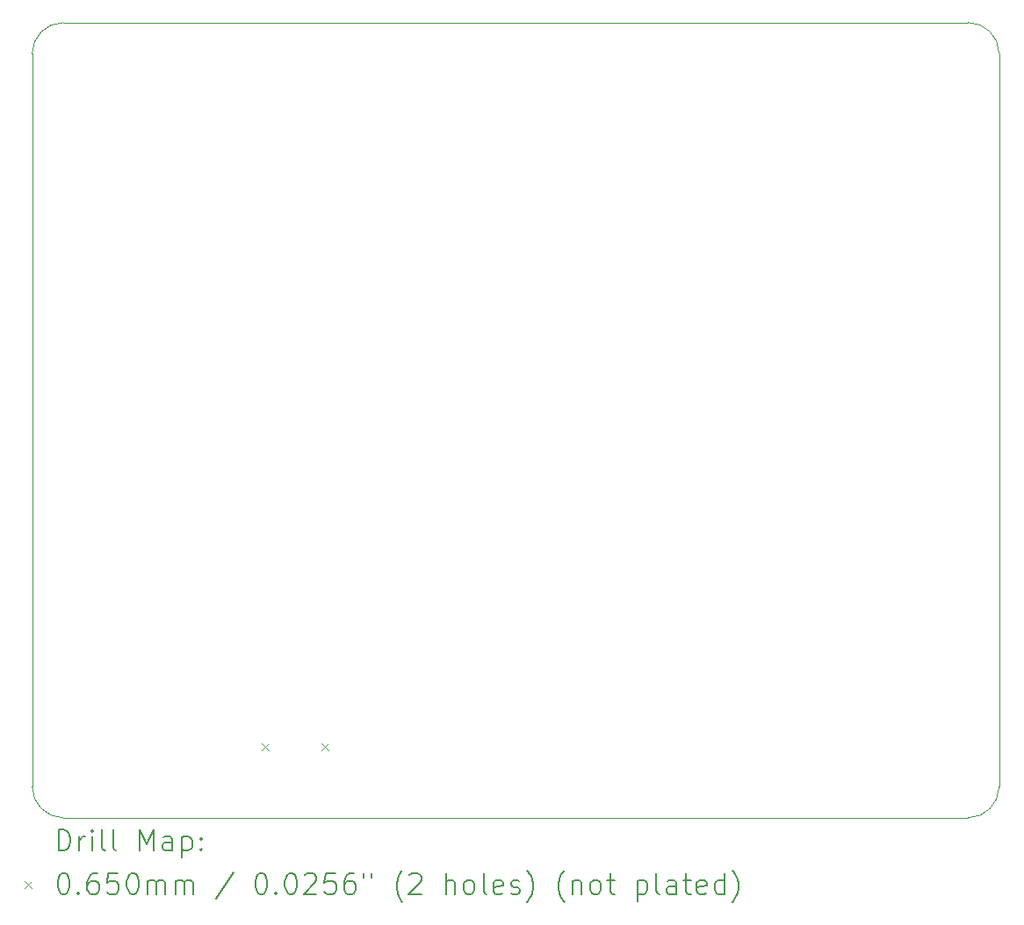
<source format=gbr>
%TF.GenerationSoftware,KiCad,Pcbnew,9.0.7*%
%TF.CreationDate,2026-01-28T06:25:18-03:00*%
%TF.ProjectId,jammerBT_v4,6a616d6d-6572-4425-945f-76342e6b6963,rev?*%
%TF.SameCoordinates,Original*%
%TF.FileFunction,Drillmap*%
%TF.FilePolarity,Positive*%
%FSLAX45Y45*%
G04 Gerber Fmt 4.5, Leading zero omitted, Abs format (unit mm)*
G04 Created by KiCad (PCBNEW 9.0.7) date 2026-01-28 06:25:18*
%MOMM*%
%LPD*%
G01*
G04 APERTURE LIST*
%ADD10C,0.100000*%
%ADD11C,0.200000*%
G04 APERTURE END LIST*
D10*
X12677000Y-5483000D02*
G75*
G02*
X12977000Y-5183000I300000J0D01*
G01*
X12977000Y-12854000D02*
G75*
G02*
X12677000Y-12554000I0J300000D01*
G01*
X21699000Y-5183000D02*
G75*
G02*
X21999000Y-5483000I0J-300000D01*
G01*
X21999000Y-12554000D02*
G75*
G02*
X21699000Y-12854000I-300000J0D01*
G01*
X12677000Y-12554000D02*
X12677000Y-5483000D01*
X12977000Y-5183000D02*
X21699000Y-5183000D01*
X21699000Y-12854000D02*
X12977000Y-12854000D01*
X21999000Y-5483000D02*
X21999000Y-12554000D01*
D11*
D10*
X14890000Y-12138000D02*
X14955000Y-12203000D01*
X14955000Y-12138000D02*
X14890000Y-12203000D01*
X15468000Y-12138000D02*
X15533000Y-12203000D01*
X15533000Y-12138000D02*
X15468000Y-12203000D01*
D11*
X12932777Y-13170484D02*
X12932777Y-12970484D01*
X12932777Y-12970484D02*
X12980396Y-12970484D01*
X12980396Y-12970484D02*
X13008967Y-12980008D01*
X13008967Y-12980008D02*
X13028015Y-12999055D01*
X13028015Y-12999055D02*
X13037539Y-13018103D01*
X13037539Y-13018103D02*
X13047062Y-13056198D01*
X13047062Y-13056198D02*
X13047062Y-13084769D01*
X13047062Y-13084769D02*
X13037539Y-13122865D01*
X13037539Y-13122865D02*
X13028015Y-13141912D01*
X13028015Y-13141912D02*
X13008967Y-13160960D01*
X13008967Y-13160960D02*
X12980396Y-13170484D01*
X12980396Y-13170484D02*
X12932777Y-13170484D01*
X13132777Y-13170484D02*
X13132777Y-13037150D01*
X13132777Y-13075246D02*
X13142301Y-13056198D01*
X13142301Y-13056198D02*
X13151824Y-13046674D01*
X13151824Y-13046674D02*
X13170872Y-13037150D01*
X13170872Y-13037150D02*
X13189920Y-13037150D01*
X13256586Y-13170484D02*
X13256586Y-13037150D01*
X13256586Y-12970484D02*
X13247062Y-12980008D01*
X13247062Y-12980008D02*
X13256586Y-12989531D01*
X13256586Y-12989531D02*
X13266110Y-12980008D01*
X13266110Y-12980008D02*
X13256586Y-12970484D01*
X13256586Y-12970484D02*
X13256586Y-12989531D01*
X13380396Y-13170484D02*
X13361348Y-13160960D01*
X13361348Y-13160960D02*
X13351824Y-13141912D01*
X13351824Y-13141912D02*
X13351824Y-12970484D01*
X13485158Y-13170484D02*
X13466110Y-13160960D01*
X13466110Y-13160960D02*
X13456586Y-13141912D01*
X13456586Y-13141912D02*
X13456586Y-12970484D01*
X13713729Y-13170484D02*
X13713729Y-12970484D01*
X13713729Y-12970484D02*
X13780396Y-13113341D01*
X13780396Y-13113341D02*
X13847062Y-12970484D01*
X13847062Y-12970484D02*
X13847062Y-13170484D01*
X14028015Y-13170484D02*
X14028015Y-13065722D01*
X14028015Y-13065722D02*
X14018491Y-13046674D01*
X14018491Y-13046674D02*
X13999443Y-13037150D01*
X13999443Y-13037150D02*
X13961348Y-13037150D01*
X13961348Y-13037150D02*
X13942301Y-13046674D01*
X14028015Y-13160960D02*
X14008967Y-13170484D01*
X14008967Y-13170484D02*
X13961348Y-13170484D01*
X13961348Y-13170484D02*
X13942301Y-13160960D01*
X13942301Y-13160960D02*
X13932777Y-13141912D01*
X13932777Y-13141912D02*
X13932777Y-13122865D01*
X13932777Y-13122865D02*
X13942301Y-13103817D01*
X13942301Y-13103817D02*
X13961348Y-13094293D01*
X13961348Y-13094293D02*
X14008967Y-13094293D01*
X14008967Y-13094293D02*
X14028015Y-13084769D01*
X14123253Y-13037150D02*
X14123253Y-13237150D01*
X14123253Y-13046674D02*
X14142301Y-13037150D01*
X14142301Y-13037150D02*
X14180396Y-13037150D01*
X14180396Y-13037150D02*
X14199443Y-13046674D01*
X14199443Y-13046674D02*
X14208967Y-13056198D01*
X14208967Y-13056198D02*
X14218491Y-13075246D01*
X14218491Y-13075246D02*
X14218491Y-13132388D01*
X14218491Y-13132388D02*
X14208967Y-13151436D01*
X14208967Y-13151436D02*
X14199443Y-13160960D01*
X14199443Y-13160960D02*
X14180396Y-13170484D01*
X14180396Y-13170484D02*
X14142301Y-13170484D01*
X14142301Y-13170484D02*
X14123253Y-13160960D01*
X14304205Y-13151436D02*
X14313729Y-13160960D01*
X14313729Y-13160960D02*
X14304205Y-13170484D01*
X14304205Y-13170484D02*
X14294682Y-13160960D01*
X14294682Y-13160960D02*
X14304205Y-13151436D01*
X14304205Y-13151436D02*
X14304205Y-13170484D01*
X14304205Y-13046674D02*
X14313729Y-13056198D01*
X14313729Y-13056198D02*
X14304205Y-13065722D01*
X14304205Y-13065722D02*
X14294682Y-13056198D01*
X14294682Y-13056198D02*
X14304205Y-13046674D01*
X14304205Y-13046674D02*
X14304205Y-13065722D01*
D10*
X12607000Y-13466500D02*
X12672000Y-13531500D01*
X12672000Y-13466500D02*
X12607000Y-13531500D01*
D11*
X12970872Y-13390484D02*
X12989920Y-13390484D01*
X12989920Y-13390484D02*
X13008967Y-13400008D01*
X13008967Y-13400008D02*
X13018491Y-13409531D01*
X13018491Y-13409531D02*
X13028015Y-13428579D01*
X13028015Y-13428579D02*
X13037539Y-13466674D01*
X13037539Y-13466674D02*
X13037539Y-13514293D01*
X13037539Y-13514293D02*
X13028015Y-13552388D01*
X13028015Y-13552388D02*
X13018491Y-13571436D01*
X13018491Y-13571436D02*
X13008967Y-13580960D01*
X13008967Y-13580960D02*
X12989920Y-13590484D01*
X12989920Y-13590484D02*
X12970872Y-13590484D01*
X12970872Y-13590484D02*
X12951824Y-13580960D01*
X12951824Y-13580960D02*
X12942301Y-13571436D01*
X12942301Y-13571436D02*
X12932777Y-13552388D01*
X12932777Y-13552388D02*
X12923253Y-13514293D01*
X12923253Y-13514293D02*
X12923253Y-13466674D01*
X12923253Y-13466674D02*
X12932777Y-13428579D01*
X12932777Y-13428579D02*
X12942301Y-13409531D01*
X12942301Y-13409531D02*
X12951824Y-13400008D01*
X12951824Y-13400008D02*
X12970872Y-13390484D01*
X13123253Y-13571436D02*
X13132777Y-13580960D01*
X13132777Y-13580960D02*
X13123253Y-13590484D01*
X13123253Y-13590484D02*
X13113729Y-13580960D01*
X13113729Y-13580960D02*
X13123253Y-13571436D01*
X13123253Y-13571436D02*
X13123253Y-13590484D01*
X13304205Y-13390484D02*
X13266110Y-13390484D01*
X13266110Y-13390484D02*
X13247062Y-13400008D01*
X13247062Y-13400008D02*
X13237539Y-13409531D01*
X13237539Y-13409531D02*
X13218491Y-13438103D01*
X13218491Y-13438103D02*
X13208967Y-13476198D01*
X13208967Y-13476198D02*
X13208967Y-13552388D01*
X13208967Y-13552388D02*
X13218491Y-13571436D01*
X13218491Y-13571436D02*
X13228015Y-13580960D01*
X13228015Y-13580960D02*
X13247062Y-13590484D01*
X13247062Y-13590484D02*
X13285158Y-13590484D01*
X13285158Y-13590484D02*
X13304205Y-13580960D01*
X13304205Y-13580960D02*
X13313729Y-13571436D01*
X13313729Y-13571436D02*
X13323253Y-13552388D01*
X13323253Y-13552388D02*
X13323253Y-13504769D01*
X13323253Y-13504769D02*
X13313729Y-13485722D01*
X13313729Y-13485722D02*
X13304205Y-13476198D01*
X13304205Y-13476198D02*
X13285158Y-13466674D01*
X13285158Y-13466674D02*
X13247062Y-13466674D01*
X13247062Y-13466674D02*
X13228015Y-13476198D01*
X13228015Y-13476198D02*
X13218491Y-13485722D01*
X13218491Y-13485722D02*
X13208967Y-13504769D01*
X13504205Y-13390484D02*
X13408967Y-13390484D01*
X13408967Y-13390484D02*
X13399443Y-13485722D01*
X13399443Y-13485722D02*
X13408967Y-13476198D01*
X13408967Y-13476198D02*
X13428015Y-13466674D01*
X13428015Y-13466674D02*
X13475634Y-13466674D01*
X13475634Y-13466674D02*
X13494682Y-13476198D01*
X13494682Y-13476198D02*
X13504205Y-13485722D01*
X13504205Y-13485722D02*
X13513729Y-13504769D01*
X13513729Y-13504769D02*
X13513729Y-13552388D01*
X13513729Y-13552388D02*
X13504205Y-13571436D01*
X13504205Y-13571436D02*
X13494682Y-13580960D01*
X13494682Y-13580960D02*
X13475634Y-13590484D01*
X13475634Y-13590484D02*
X13428015Y-13590484D01*
X13428015Y-13590484D02*
X13408967Y-13580960D01*
X13408967Y-13580960D02*
X13399443Y-13571436D01*
X13637539Y-13390484D02*
X13656586Y-13390484D01*
X13656586Y-13390484D02*
X13675634Y-13400008D01*
X13675634Y-13400008D02*
X13685158Y-13409531D01*
X13685158Y-13409531D02*
X13694682Y-13428579D01*
X13694682Y-13428579D02*
X13704205Y-13466674D01*
X13704205Y-13466674D02*
X13704205Y-13514293D01*
X13704205Y-13514293D02*
X13694682Y-13552388D01*
X13694682Y-13552388D02*
X13685158Y-13571436D01*
X13685158Y-13571436D02*
X13675634Y-13580960D01*
X13675634Y-13580960D02*
X13656586Y-13590484D01*
X13656586Y-13590484D02*
X13637539Y-13590484D01*
X13637539Y-13590484D02*
X13618491Y-13580960D01*
X13618491Y-13580960D02*
X13608967Y-13571436D01*
X13608967Y-13571436D02*
X13599443Y-13552388D01*
X13599443Y-13552388D02*
X13589920Y-13514293D01*
X13589920Y-13514293D02*
X13589920Y-13466674D01*
X13589920Y-13466674D02*
X13599443Y-13428579D01*
X13599443Y-13428579D02*
X13608967Y-13409531D01*
X13608967Y-13409531D02*
X13618491Y-13400008D01*
X13618491Y-13400008D02*
X13637539Y-13390484D01*
X13789920Y-13590484D02*
X13789920Y-13457150D01*
X13789920Y-13476198D02*
X13799443Y-13466674D01*
X13799443Y-13466674D02*
X13818491Y-13457150D01*
X13818491Y-13457150D02*
X13847063Y-13457150D01*
X13847063Y-13457150D02*
X13866110Y-13466674D01*
X13866110Y-13466674D02*
X13875634Y-13485722D01*
X13875634Y-13485722D02*
X13875634Y-13590484D01*
X13875634Y-13485722D02*
X13885158Y-13466674D01*
X13885158Y-13466674D02*
X13904205Y-13457150D01*
X13904205Y-13457150D02*
X13932777Y-13457150D01*
X13932777Y-13457150D02*
X13951824Y-13466674D01*
X13951824Y-13466674D02*
X13961348Y-13485722D01*
X13961348Y-13485722D02*
X13961348Y-13590484D01*
X14056586Y-13590484D02*
X14056586Y-13457150D01*
X14056586Y-13476198D02*
X14066110Y-13466674D01*
X14066110Y-13466674D02*
X14085158Y-13457150D01*
X14085158Y-13457150D02*
X14113729Y-13457150D01*
X14113729Y-13457150D02*
X14132777Y-13466674D01*
X14132777Y-13466674D02*
X14142301Y-13485722D01*
X14142301Y-13485722D02*
X14142301Y-13590484D01*
X14142301Y-13485722D02*
X14151824Y-13466674D01*
X14151824Y-13466674D02*
X14170872Y-13457150D01*
X14170872Y-13457150D02*
X14199443Y-13457150D01*
X14199443Y-13457150D02*
X14218491Y-13466674D01*
X14218491Y-13466674D02*
X14228015Y-13485722D01*
X14228015Y-13485722D02*
X14228015Y-13590484D01*
X14618491Y-13380960D02*
X14447063Y-13638103D01*
X14875634Y-13390484D02*
X14894682Y-13390484D01*
X14894682Y-13390484D02*
X14913729Y-13400008D01*
X14913729Y-13400008D02*
X14923253Y-13409531D01*
X14923253Y-13409531D02*
X14932777Y-13428579D01*
X14932777Y-13428579D02*
X14942301Y-13466674D01*
X14942301Y-13466674D02*
X14942301Y-13514293D01*
X14942301Y-13514293D02*
X14932777Y-13552388D01*
X14932777Y-13552388D02*
X14923253Y-13571436D01*
X14923253Y-13571436D02*
X14913729Y-13580960D01*
X14913729Y-13580960D02*
X14894682Y-13590484D01*
X14894682Y-13590484D02*
X14875634Y-13590484D01*
X14875634Y-13590484D02*
X14856586Y-13580960D01*
X14856586Y-13580960D02*
X14847063Y-13571436D01*
X14847063Y-13571436D02*
X14837539Y-13552388D01*
X14837539Y-13552388D02*
X14828015Y-13514293D01*
X14828015Y-13514293D02*
X14828015Y-13466674D01*
X14828015Y-13466674D02*
X14837539Y-13428579D01*
X14837539Y-13428579D02*
X14847063Y-13409531D01*
X14847063Y-13409531D02*
X14856586Y-13400008D01*
X14856586Y-13400008D02*
X14875634Y-13390484D01*
X15028015Y-13571436D02*
X15037539Y-13580960D01*
X15037539Y-13580960D02*
X15028015Y-13590484D01*
X15028015Y-13590484D02*
X15018491Y-13580960D01*
X15018491Y-13580960D02*
X15028015Y-13571436D01*
X15028015Y-13571436D02*
X15028015Y-13590484D01*
X15161348Y-13390484D02*
X15180396Y-13390484D01*
X15180396Y-13390484D02*
X15199444Y-13400008D01*
X15199444Y-13400008D02*
X15208967Y-13409531D01*
X15208967Y-13409531D02*
X15218491Y-13428579D01*
X15218491Y-13428579D02*
X15228015Y-13466674D01*
X15228015Y-13466674D02*
X15228015Y-13514293D01*
X15228015Y-13514293D02*
X15218491Y-13552388D01*
X15218491Y-13552388D02*
X15208967Y-13571436D01*
X15208967Y-13571436D02*
X15199444Y-13580960D01*
X15199444Y-13580960D02*
X15180396Y-13590484D01*
X15180396Y-13590484D02*
X15161348Y-13590484D01*
X15161348Y-13590484D02*
X15142301Y-13580960D01*
X15142301Y-13580960D02*
X15132777Y-13571436D01*
X15132777Y-13571436D02*
X15123253Y-13552388D01*
X15123253Y-13552388D02*
X15113729Y-13514293D01*
X15113729Y-13514293D02*
X15113729Y-13466674D01*
X15113729Y-13466674D02*
X15123253Y-13428579D01*
X15123253Y-13428579D02*
X15132777Y-13409531D01*
X15132777Y-13409531D02*
X15142301Y-13400008D01*
X15142301Y-13400008D02*
X15161348Y-13390484D01*
X15304206Y-13409531D02*
X15313729Y-13400008D01*
X15313729Y-13400008D02*
X15332777Y-13390484D01*
X15332777Y-13390484D02*
X15380396Y-13390484D01*
X15380396Y-13390484D02*
X15399444Y-13400008D01*
X15399444Y-13400008D02*
X15408967Y-13409531D01*
X15408967Y-13409531D02*
X15418491Y-13428579D01*
X15418491Y-13428579D02*
X15418491Y-13447627D01*
X15418491Y-13447627D02*
X15408967Y-13476198D01*
X15408967Y-13476198D02*
X15294682Y-13590484D01*
X15294682Y-13590484D02*
X15418491Y-13590484D01*
X15599444Y-13390484D02*
X15504206Y-13390484D01*
X15504206Y-13390484D02*
X15494682Y-13485722D01*
X15494682Y-13485722D02*
X15504206Y-13476198D01*
X15504206Y-13476198D02*
X15523253Y-13466674D01*
X15523253Y-13466674D02*
X15570872Y-13466674D01*
X15570872Y-13466674D02*
X15589920Y-13476198D01*
X15589920Y-13476198D02*
X15599444Y-13485722D01*
X15599444Y-13485722D02*
X15608967Y-13504769D01*
X15608967Y-13504769D02*
X15608967Y-13552388D01*
X15608967Y-13552388D02*
X15599444Y-13571436D01*
X15599444Y-13571436D02*
X15589920Y-13580960D01*
X15589920Y-13580960D02*
X15570872Y-13590484D01*
X15570872Y-13590484D02*
X15523253Y-13590484D01*
X15523253Y-13590484D02*
X15504206Y-13580960D01*
X15504206Y-13580960D02*
X15494682Y-13571436D01*
X15780396Y-13390484D02*
X15742301Y-13390484D01*
X15742301Y-13390484D02*
X15723253Y-13400008D01*
X15723253Y-13400008D02*
X15713729Y-13409531D01*
X15713729Y-13409531D02*
X15694682Y-13438103D01*
X15694682Y-13438103D02*
X15685158Y-13476198D01*
X15685158Y-13476198D02*
X15685158Y-13552388D01*
X15685158Y-13552388D02*
X15694682Y-13571436D01*
X15694682Y-13571436D02*
X15704206Y-13580960D01*
X15704206Y-13580960D02*
X15723253Y-13590484D01*
X15723253Y-13590484D02*
X15761348Y-13590484D01*
X15761348Y-13590484D02*
X15780396Y-13580960D01*
X15780396Y-13580960D02*
X15789920Y-13571436D01*
X15789920Y-13571436D02*
X15799444Y-13552388D01*
X15799444Y-13552388D02*
X15799444Y-13504769D01*
X15799444Y-13504769D02*
X15789920Y-13485722D01*
X15789920Y-13485722D02*
X15780396Y-13476198D01*
X15780396Y-13476198D02*
X15761348Y-13466674D01*
X15761348Y-13466674D02*
X15723253Y-13466674D01*
X15723253Y-13466674D02*
X15704206Y-13476198D01*
X15704206Y-13476198D02*
X15694682Y-13485722D01*
X15694682Y-13485722D02*
X15685158Y-13504769D01*
X15875634Y-13390484D02*
X15875634Y-13428579D01*
X15951825Y-13390484D02*
X15951825Y-13428579D01*
X16247063Y-13666674D02*
X16237539Y-13657150D01*
X16237539Y-13657150D02*
X16218491Y-13628579D01*
X16218491Y-13628579D02*
X16208968Y-13609531D01*
X16208968Y-13609531D02*
X16199444Y-13580960D01*
X16199444Y-13580960D02*
X16189920Y-13533341D01*
X16189920Y-13533341D02*
X16189920Y-13495246D01*
X16189920Y-13495246D02*
X16199444Y-13447627D01*
X16199444Y-13447627D02*
X16208968Y-13419055D01*
X16208968Y-13419055D02*
X16218491Y-13400008D01*
X16218491Y-13400008D02*
X16237539Y-13371436D01*
X16237539Y-13371436D02*
X16247063Y-13361912D01*
X16313729Y-13409531D02*
X16323253Y-13400008D01*
X16323253Y-13400008D02*
X16342301Y-13390484D01*
X16342301Y-13390484D02*
X16389920Y-13390484D01*
X16389920Y-13390484D02*
X16408968Y-13400008D01*
X16408968Y-13400008D02*
X16418491Y-13409531D01*
X16418491Y-13409531D02*
X16428015Y-13428579D01*
X16428015Y-13428579D02*
X16428015Y-13447627D01*
X16428015Y-13447627D02*
X16418491Y-13476198D01*
X16418491Y-13476198D02*
X16304206Y-13590484D01*
X16304206Y-13590484D02*
X16428015Y-13590484D01*
X16666110Y-13590484D02*
X16666110Y-13390484D01*
X16751825Y-13590484D02*
X16751825Y-13485722D01*
X16751825Y-13485722D02*
X16742301Y-13466674D01*
X16742301Y-13466674D02*
X16723253Y-13457150D01*
X16723253Y-13457150D02*
X16694682Y-13457150D01*
X16694682Y-13457150D02*
X16675634Y-13466674D01*
X16675634Y-13466674D02*
X16666110Y-13476198D01*
X16875634Y-13590484D02*
X16856587Y-13580960D01*
X16856587Y-13580960D02*
X16847063Y-13571436D01*
X16847063Y-13571436D02*
X16837539Y-13552388D01*
X16837539Y-13552388D02*
X16837539Y-13495246D01*
X16837539Y-13495246D02*
X16847063Y-13476198D01*
X16847063Y-13476198D02*
X16856587Y-13466674D01*
X16856587Y-13466674D02*
X16875634Y-13457150D01*
X16875634Y-13457150D02*
X16904206Y-13457150D01*
X16904206Y-13457150D02*
X16923253Y-13466674D01*
X16923253Y-13466674D02*
X16932777Y-13476198D01*
X16932777Y-13476198D02*
X16942301Y-13495246D01*
X16942301Y-13495246D02*
X16942301Y-13552388D01*
X16942301Y-13552388D02*
X16932777Y-13571436D01*
X16932777Y-13571436D02*
X16923253Y-13580960D01*
X16923253Y-13580960D02*
X16904206Y-13590484D01*
X16904206Y-13590484D02*
X16875634Y-13590484D01*
X17056587Y-13590484D02*
X17037539Y-13580960D01*
X17037539Y-13580960D02*
X17028015Y-13561912D01*
X17028015Y-13561912D02*
X17028015Y-13390484D01*
X17208968Y-13580960D02*
X17189920Y-13590484D01*
X17189920Y-13590484D02*
X17151825Y-13590484D01*
X17151825Y-13590484D02*
X17132777Y-13580960D01*
X17132777Y-13580960D02*
X17123253Y-13561912D01*
X17123253Y-13561912D02*
X17123253Y-13485722D01*
X17123253Y-13485722D02*
X17132777Y-13466674D01*
X17132777Y-13466674D02*
X17151825Y-13457150D01*
X17151825Y-13457150D02*
X17189920Y-13457150D01*
X17189920Y-13457150D02*
X17208968Y-13466674D01*
X17208968Y-13466674D02*
X17218492Y-13485722D01*
X17218492Y-13485722D02*
X17218492Y-13504769D01*
X17218492Y-13504769D02*
X17123253Y-13523817D01*
X17294682Y-13580960D02*
X17313730Y-13590484D01*
X17313730Y-13590484D02*
X17351825Y-13590484D01*
X17351825Y-13590484D02*
X17370873Y-13580960D01*
X17370873Y-13580960D02*
X17380396Y-13561912D01*
X17380396Y-13561912D02*
X17380396Y-13552388D01*
X17380396Y-13552388D02*
X17370873Y-13533341D01*
X17370873Y-13533341D02*
X17351825Y-13523817D01*
X17351825Y-13523817D02*
X17323253Y-13523817D01*
X17323253Y-13523817D02*
X17304206Y-13514293D01*
X17304206Y-13514293D02*
X17294682Y-13495246D01*
X17294682Y-13495246D02*
X17294682Y-13485722D01*
X17294682Y-13485722D02*
X17304206Y-13466674D01*
X17304206Y-13466674D02*
X17323253Y-13457150D01*
X17323253Y-13457150D02*
X17351825Y-13457150D01*
X17351825Y-13457150D02*
X17370873Y-13466674D01*
X17447063Y-13666674D02*
X17456587Y-13657150D01*
X17456587Y-13657150D02*
X17475634Y-13628579D01*
X17475634Y-13628579D02*
X17485158Y-13609531D01*
X17485158Y-13609531D02*
X17494682Y-13580960D01*
X17494682Y-13580960D02*
X17504206Y-13533341D01*
X17504206Y-13533341D02*
X17504206Y-13495246D01*
X17504206Y-13495246D02*
X17494682Y-13447627D01*
X17494682Y-13447627D02*
X17485158Y-13419055D01*
X17485158Y-13419055D02*
X17475634Y-13400008D01*
X17475634Y-13400008D02*
X17456587Y-13371436D01*
X17456587Y-13371436D02*
X17447063Y-13361912D01*
X17808968Y-13666674D02*
X17799444Y-13657150D01*
X17799444Y-13657150D02*
X17780396Y-13628579D01*
X17780396Y-13628579D02*
X17770873Y-13609531D01*
X17770873Y-13609531D02*
X17761349Y-13580960D01*
X17761349Y-13580960D02*
X17751825Y-13533341D01*
X17751825Y-13533341D02*
X17751825Y-13495246D01*
X17751825Y-13495246D02*
X17761349Y-13447627D01*
X17761349Y-13447627D02*
X17770873Y-13419055D01*
X17770873Y-13419055D02*
X17780396Y-13400008D01*
X17780396Y-13400008D02*
X17799444Y-13371436D01*
X17799444Y-13371436D02*
X17808968Y-13361912D01*
X17885158Y-13457150D02*
X17885158Y-13590484D01*
X17885158Y-13476198D02*
X17894682Y-13466674D01*
X17894682Y-13466674D02*
X17913730Y-13457150D01*
X17913730Y-13457150D02*
X17942301Y-13457150D01*
X17942301Y-13457150D02*
X17961349Y-13466674D01*
X17961349Y-13466674D02*
X17970873Y-13485722D01*
X17970873Y-13485722D02*
X17970873Y-13590484D01*
X18094682Y-13590484D02*
X18075634Y-13580960D01*
X18075634Y-13580960D02*
X18066111Y-13571436D01*
X18066111Y-13571436D02*
X18056587Y-13552388D01*
X18056587Y-13552388D02*
X18056587Y-13495246D01*
X18056587Y-13495246D02*
X18066111Y-13476198D01*
X18066111Y-13476198D02*
X18075634Y-13466674D01*
X18075634Y-13466674D02*
X18094682Y-13457150D01*
X18094682Y-13457150D02*
X18123254Y-13457150D01*
X18123254Y-13457150D02*
X18142301Y-13466674D01*
X18142301Y-13466674D02*
X18151825Y-13476198D01*
X18151825Y-13476198D02*
X18161349Y-13495246D01*
X18161349Y-13495246D02*
X18161349Y-13552388D01*
X18161349Y-13552388D02*
X18151825Y-13571436D01*
X18151825Y-13571436D02*
X18142301Y-13580960D01*
X18142301Y-13580960D02*
X18123254Y-13590484D01*
X18123254Y-13590484D02*
X18094682Y-13590484D01*
X18218492Y-13457150D02*
X18294682Y-13457150D01*
X18247063Y-13390484D02*
X18247063Y-13561912D01*
X18247063Y-13561912D02*
X18256587Y-13580960D01*
X18256587Y-13580960D02*
X18275634Y-13590484D01*
X18275634Y-13590484D02*
X18294682Y-13590484D01*
X18513730Y-13457150D02*
X18513730Y-13657150D01*
X18513730Y-13466674D02*
X18532777Y-13457150D01*
X18532777Y-13457150D02*
X18570873Y-13457150D01*
X18570873Y-13457150D02*
X18589920Y-13466674D01*
X18589920Y-13466674D02*
X18599444Y-13476198D01*
X18599444Y-13476198D02*
X18608968Y-13495246D01*
X18608968Y-13495246D02*
X18608968Y-13552388D01*
X18608968Y-13552388D02*
X18599444Y-13571436D01*
X18599444Y-13571436D02*
X18589920Y-13580960D01*
X18589920Y-13580960D02*
X18570873Y-13590484D01*
X18570873Y-13590484D02*
X18532777Y-13590484D01*
X18532777Y-13590484D02*
X18513730Y-13580960D01*
X18723254Y-13590484D02*
X18704206Y-13580960D01*
X18704206Y-13580960D02*
X18694682Y-13561912D01*
X18694682Y-13561912D02*
X18694682Y-13390484D01*
X18885158Y-13590484D02*
X18885158Y-13485722D01*
X18885158Y-13485722D02*
X18875635Y-13466674D01*
X18875635Y-13466674D02*
X18856587Y-13457150D01*
X18856587Y-13457150D02*
X18818492Y-13457150D01*
X18818492Y-13457150D02*
X18799444Y-13466674D01*
X18885158Y-13580960D02*
X18866111Y-13590484D01*
X18866111Y-13590484D02*
X18818492Y-13590484D01*
X18818492Y-13590484D02*
X18799444Y-13580960D01*
X18799444Y-13580960D02*
X18789920Y-13561912D01*
X18789920Y-13561912D02*
X18789920Y-13542865D01*
X18789920Y-13542865D02*
X18799444Y-13523817D01*
X18799444Y-13523817D02*
X18818492Y-13514293D01*
X18818492Y-13514293D02*
X18866111Y-13514293D01*
X18866111Y-13514293D02*
X18885158Y-13504769D01*
X18951825Y-13457150D02*
X19028015Y-13457150D01*
X18980396Y-13390484D02*
X18980396Y-13561912D01*
X18980396Y-13561912D02*
X18989920Y-13580960D01*
X18989920Y-13580960D02*
X19008968Y-13590484D01*
X19008968Y-13590484D02*
X19028015Y-13590484D01*
X19170873Y-13580960D02*
X19151825Y-13590484D01*
X19151825Y-13590484D02*
X19113730Y-13590484D01*
X19113730Y-13590484D02*
X19094682Y-13580960D01*
X19094682Y-13580960D02*
X19085158Y-13561912D01*
X19085158Y-13561912D02*
X19085158Y-13485722D01*
X19085158Y-13485722D02*
X19094682Y-13466674D01*
X19094682Y-13466674D02*
X19113730Y-13457150D01*
X19113730Y-13457150D02*
X19151825Y-13457150D01*
X19151825Y-13457150D02*
X19170873Y-13466674D01*
X19170873Y-13466674D02*
X19180396Y-13485722D01*
X19180396Y-13485722D02*
X19180396Y-13504769D01*
X19180396Y-13504769D02*
X19085158Y-13523817D01*
X19351825Y-13590484D02*
X19351825Y-13390484D01*
X19351825Y-13580960D02*
X19332777Y-13590484D01*
X19332777Y-13590484D02*
X19294682Y-13590484D01*
X19294682Y-13590484D02*
X19275635Y-13580960D01*
X19275635Y-13580960D02*
X19266111Y-13571436D01*
X19266111Y-13571436D02*
X19256587Y-13552388D01*
X19256587Y-13552388D02*
X19256587Y-13495246D01*
X19256587Y-13495246D02*
X19266111Y-13476198D01*
X19266111Y-13476198D02*
X19275635Y-13466674D01*
X19275635Y-13466674D02*
X19294682Y-13457150D01*
X19294682Y-13457150D02*
X19332777Y-13457150D01*
X19332777Y-13457150D02*
X19351825Y-13466674D01*
X19428016Y-13666674D02*
X19437539Y-13657150D01*
X19437539Y-13657150D02*
X19456587Y-13628579D01*
X19456587Y-13628579D02*
X19466111Y-13609531D01*
X19466111Y-13609531D02*
X19475635Y-13580960D01*
X19475635Y-13580960D02*
X19485158Y-13533341D01*
X19485158Y-13533341D02*
X19485158Y-13495246D01*
X19485158Y-13495246D02*
X19475635Y-13447627D01*
X19475635Y-13447627D02*
X19466111Y-13419055D01*
X19466111Y-13419055D02*
X19456587Y-13400008D01*
X19456587Y-13400008D02*
X19437539Y-13371436D01*
X19437539Y-13371436D02*
X19428016Y-13361912D01*
M02*

</source>
